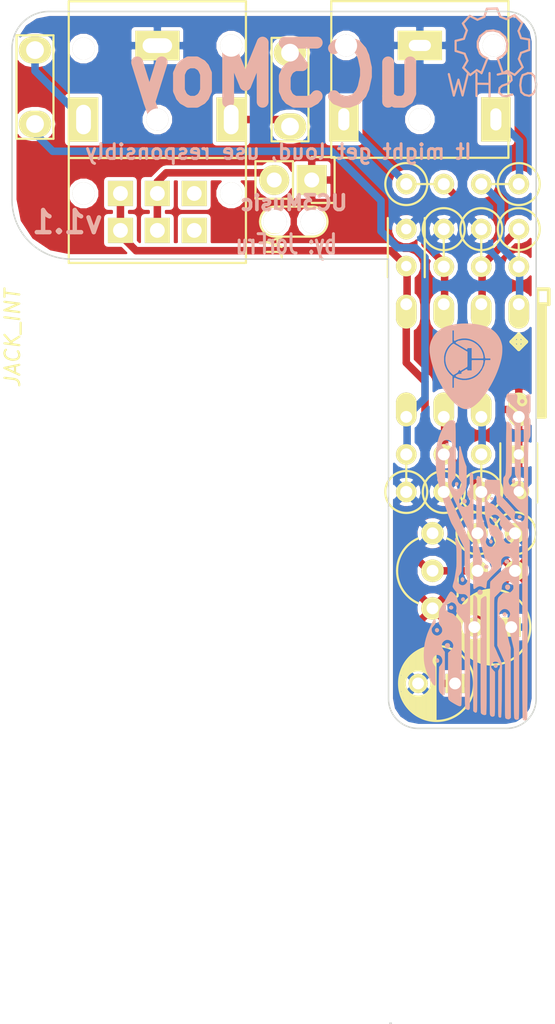
<source format=kicad_pcb>
(kicad_pcb (version 4) (host pcbnew "(after 2015-may-01 BZR unknown)-product")
  (layers (0 F.Cu signal) (31 B.Cu signal) (34 B.Paste user) (35 F.Paste user) (36 B.SilkS user) (37 F.SilkS user) (38 B.Mask user) (39 F.Mask user) (44 Edge.Cuts user))
  (net 0 "")
  (net 1 +6V)
  (net 2 -6V)
  (net 3 GND)
  (net 4 "Net-(J1-Pad1)")
  (net 5 "Net-(J2-Pad3)")
  (net 6 "Net-(J2-Pad4)")
  (net 7 "Net-(R4-Pad2)")
  (net 8 "Net-(R6-Pad2)")
  (net 9 "Net-(C1-Pad1)")
  (net 10 "Net-(C1-Pad2)")
  (net 11 "Net-(C2-Pad1)")
  (net 12 "Net-(C2-Pad2)")
  (net 13 "Net-(R3-Pad2)")
  (net 14 "Net-(R10-Pad2)")
  (module Capacitors_ThroughHole:C_Rect_L4_W2.5_P2.5 (layer F.Cu) (at 235.204 141.224 270)
    (fp_text reference C4 hide)
    (fp_text value C)
    (pad 1 thru_hole circle (at 0 0 270) (size 1.397 1.397) (drill 0.7) (layers *.Cu *.Mask F.SilkS) (net 3 GND))
    (pad 2 thru_hole circle (at 2.5 0 270) (size 1.397 1.397) (drill 0.7) (layers *.Cu *.Mask F.SilkS) (net 2 -6V))
  )
  (module uC3Moy:jackint (layer F.Cu) (at 212.344 143.51 270)
    (fp_text reference J1 hide)
    (fp_text value JACK_INT (at 5.08 3.81 270) (layer F.SilkS) (effects (font (thickness 0.15) italic)))
    (pad 7 thru_hole rect (at -2.2 -3.5 270) (size 1.7 1.7) (drill 1) (layers *.Cu *.Mask F.SilkS) (net 2 -6V))
    (pad 9 thru_hole rect (at -4.7 -3.5 270) (size 1.7 1.7) (drill 1) (layers *.Cu *.Mask F.SilkS) (net 2 -6V))
    (pad 1 thru_hole rect (at -2.2 -6 270) (size 1.7 1.7) (drill 1) (layers *.Cu *.Mask F.SilkS) (net 4 "Net-(J1-Pad1)"))
    (pad 2 thru_hole rect (at -4.7 -6 270) (size 1.7 1.7) (drill 1) (layers *.Cu *.Mask F.SilkS) (net 4 "Net-(J1-Pad1)"))
    (pad 8 thru_hole rect (at -4.7 -8.5 270) (size 1.7 1.7) (drill 1) (layers *.Cu *.Mask F.SilkS))
    (pad 6 thru_hole rect (at -2.2 -8.5 270) (size 1.7 1.7) (drill 1) (layers *.Cu *.Mask F.SilkS))
    (pad 3 thru_hole rect (at -9.7 -1 270) (size 3 2) (drill oval 2 1) (layers *.Cu *.Mask F.SilkS) (net 12 "Net-(C2-Pad2)"))
    (pad 4 thru_hole rect (at -9.7 -11 270) (size 3 2) (drill oval 2 1) (layers *.Cu *.Mask F.SilkS) (net 10 "Net-(C1-Pad2)"))
    (pad 5 thru_hole rect (at -14.7 -6 270) (size 2 3) (drill oval 1 2) (layers *.Cu *.Mask F.SilkS) (net 3 GND))
    (pad "" thru_hole circle (at -9.7 -6 270) (size 1.5 1.5) (drill 1.5) (layers *.Cu *.Mask F.SilkS))
    (pad "" thru_hole circle (at -14.7 -11 270) (size 1.5 1.5) (drill 1.5) (layers *.Cu *.Mask F.SilkS))
    (pad "" thru_hole circle (at -14.5 -1 270) (size 1.5 1.5) (drill 1.5) (layers *.Cu *.Mask F.SilkS))
    (pad "" thru_hole circle (at -4.7 -1 270) (size 1.5 1.5) (drill 1.5) (layers *.Cu *.Mask F.SilkS))
    (pad "" thru_hole circle (at -4.7 -11 270) (size 1.5 1.5) (drill 1.5) (layers *.Cu *.Mask F.SilkS))
  )
  (module uC3Moy:jack (layer F.Cu) (at 230.124 136.398 270)
    (fp_text reference J2 hide)
    (fp_text value JACK (at 5.08 3.81 270) (layer F.SilkS))
    (pad 3 thru_hole rect (at -2.6 -0.85 270) (size 3 2) (drill oval 1.5 0.75) (layers *.Cu *.Mask F.SilkS) (net 5 "Net-(J2-Pad3)"))
    (pad 4 thru_hole rect (at -2.6 -11.15 270) (size 3 2) (drill oval 1.5 0.75) (layers *.Cu *.Mask F.SilkS) (net 6 "Net-(J2-Pad4)"))
    (pad 5 thru_hole rect (at -7.6 -6 270) (size 2 3) (drill oval 0.75 1.5) (layers *.Cu *.Mask F.SilkS) (net 3 GND))
    (pad "" thru_hole circle (at -7.6 -11 270) (size 1.5 1.5) (drill 1.5) (layers *.Cu *.Mask F.SilkS))
    (pad "" thru_hole circle (at -7.6 -1 270) (size 1.5 1.5) (drill 1.5) (layers *.Cu *.Mask F.SilkS))
    (pad "" thru_hole circle (at -2.6 -6 270) (size 1.5 1.5) (drill 1.5) (layers *.Cu *.Mask F.SilkS))
  )
  (module Pin_Headers:Pin_Header_Straight_1x02 (layer F.Cu) (at 228.8 137.9 270)
    (fp_text reference PWR-/+1 hide)
    (fp_text value CONN_2)
    (pad 1 thru_hole rect (at 0 0 270) (size 2.032 2.032) (drill 1.016) (layers *.Cu *.Mask F.SilkS) (net 1 +6V))
    (pad 2 thru_hole oval (at 0 2.54 270) (size 2.032 2.032) (drill 1.016) (layers *.Cu *.Mask F.SilkS) (net 4 "Net-(J1-Pad1)"))
  )
  (module Discret:R1 (layer F.Cu) (at 235.204 157.734 90)
    (fp_text reference R2 hide)
    (fp_text value R)
    (pad 1 thru_hole circle (at -1.27 0 90) (size 1.397 1.397) (drill 0.8128) (layers *.Cu *.Mask F.SilkS) (net 3 GND))
    (pad 2 thru_hole circle (at 1.27 0 90) (size 1.397 1.397) (drill 0.8128) (layers *.Cu *.Mask F.SilkS) (net 11 "Net-(C2-Pad1)"))
  )
  (module Discret:R1 (layer F.Cu) (at 240.284 142.494 270)
    (fp_text reference R3 hide)
    (fp_text value R)
    (pad 1 thru_hole circle (at -1.27 0 270) (size 1.397 1.397) (drill 0.8128) (layers *.Cu *.Mask F.SilkS) (net 3 GND))
    (pad 2 thru_hole circle (at 1.27 0 270) (size 1.397 1.397) (drill 0.8128) (layers *.Cu *.Mask F.SilkS) (net 13 "Net-(R3-Pad2)"))
  )
  (module Discret:R1 (layer F.Cu) (at 237.744 157.734 90)
    (fp_text reference R4 hide)
    (fp_text value R)
    (pad 1 thru_hole circle (at -1.27 0 90) (size 1.397 1.397) (drill 0.8128) (layers *.Cu *.Mask F.SilkS) (net 3 GND))
    (pad 2 thru_hole circle (at 1.27 0 90) (size 1.397 1.397) (drill 0.8128) (layers *.Cu *.Mask F.SilkS) (net 7 "Net-(R4-Pad2)"))
  )
  (module Discret:R1 (layer F.Cu) (at 242.824 142.494 270)
    (fp_text reference R5 hide)
    (fp_text value R)
    (pad 1 thru_hole circle (at -1.27 0 270) (size 1.397 1.397) (drill 0.8128) (layers *.Cu *.Mask F.SilkS) (net 13 "Net-(R3-Pad2)"))
    (pad 2 thru_hole circle (at 1.27 0 270) (size 1.397 1.397) (drill 0.8128) (layers *.Cu *.Mask F.SilkS) (net 14 "Net-(R10-Pad2)"))
  )
  (module Discret:R1 (layer F.Cu) (at 240.284 157.734 90)
    (fp_text reference R6 hide)
    (fp_text value R)
    (pad 1 thru_hole circle (at -1.27 0 90) (size 1.397 1.397) (drill 0.8128) (layers *.Cu *.Mask F.SilkS) (net 7 "Net-(R4-Pad2)"))
    (pad 2 thru_hole circle (at 1.27 0 90) (size 1.397 1.397) (drill 0.8128) (layers *.Cu *.Mask F.SilkS) (net 8 "Net-(R6-Pad2)"))
  )
  (module Discret:R1 (layer F.Cu) (at 242.57 163.068 270)
    (fp_text reference R7 hide)
    (fp_text value R)
    (pad 1 thru_hole circle (at -1.27 0 270) (size 1.397 1.397) (drill 0.8128) (layers *.Cu *.Mask F.SilkS) (net 3 GND))
    (pad 2 thru_hole circle (at 1.27 0 270) (size 1.397 1.397) (drill 0.8128) (layers *.Cu *.Mask F.SilkS) (net 1 +6V))
  )
  (module Discret:R1 (layer F.Cu) (at 240.03 163.068 270)
    (fp_text reference R8 hide)
    (fp_text value R)
    (pad 1 thru_hole circle (at -1.27 0 270) (size 1.397 1.397) (drill 0.8128) (layers *.Cu *.Mask F.SilkS) (net 3 GND))
    (pad 2 thru_hole circle (at 1.27 0 270) (size 1.397 1.397) (drill 0.8128) (layers *.Cu *.Mask F.SilkS) (net 2 -6V))
  )
  (module Discret:R1 (layer F.Cu) (at 236.474 138.176)
    (fp_text reference R9 hide)
    (fp_text value R)
    (pad 1 thru_hole circle (at -1.27 0) (size 1.397 1.397) (drill 0.8128) (layers *.Cu *.Mask F.SilkS) (net 5 "Net-(J2-Pad3)"))
    (pad 2 thru_hole circle (at 1.27 0) (size 1.397 1.397) (drill 0.8128) (layers *.Cu *.Mask F.SilkS) (net 8 "Net-(R6-Pad2)"))
  )
  (module Discret:R1 (layer F.Cu) (at 241.554 138.176 180)
    (fp_text reference R10 hide)
    (fp_text value R)
    (pad 1 thru_hole circle (at -1.27 0 180) (size 1.397 1.397) (drill 0.8128) (layers *.Cu *.Mask F.SilkS) (net 6 "Net-(J2-Pad4)"))
    (pad 2 thru_hole circle (at 1.27 0 180) (size 1.397 1.397) (drill 0.8128) (layers *.Cu *.Mask F.SilkS) (net 14 "Net-(R10-Pad2)"))
  )
  (module Capacitors_ThroughHole:C_Rect_L4_W2.5_P2.5 (layer F.Cu) (at 242.824 156.464 270)
    (fp_text reference C3 hide)
    (fp_text value C)
    (pad 1 thru_hole rect (at 0 0 270) (size 1.2 1.2) (drill 0.7) (layers *.Cu *.Mask F.SilkS) (net 1 +6V))
    (pad 2 thru_hole circle (at 2.5 0 270) (size 1.397 1.397) (drill 0.7) (layers *.Cu *.Mask F.SilkS) (net 3 GND))
  )
  (module Capacitors_ThroughHole:C_Radial_D5_L6_P2.5 (layer F.Cu) (at 238.506 171.958 180)
    (fp_text reference C5 hide)
    (fp_text value CP)
    (pad 1 thru_hole rect (at 0 0 180) (size 1.3 1.3) (drill 0.8) (layers *.Cu *.Mask F.SilkS) (net 1 +6V))
    (pad 2 thru_hole circle (at 2.5 0 180) (size 1.3 1.3) (drill 0.8) (layers *.Cu *.Mask F.SilkS) (net 3 GND))
  )
  (module Capacitors_ThroughHole:C_Radial_D5_L6_P2.5 (layer F.Cu) (at 242.316 168.148 180)
    (fp_text reference C6 hide)
    (fp_text value CP)
    (pad 1 thru_hole rect (at 0 0 180) (size 1.3 1.3) (drill 0.8) (layers *.Cu *.Mask F.SilkS) (net 3 GND))
    (pad 2 thru_hole circle (at 2.5 0 180) (size 1.3 1.3) (drill 0.8) (layers *.Cu *.Mask F.SilkS) (net 2 -6V))
  )
  (module Discret:R1 (layer F.Cu) (at 237.744 142.494 270)
    (fp_text reference R1 hide)
    (fp_text value R)
    (pad 1 thru_hole circle (at -1.27 0 270) (size 1.397 1.397) (drill 0.8128) (layers *.Cu *.Mask F.SilkS) (net 3 GND))
    (pad 2 thru_hole circle (at 1.27 0 270) (size 1.397 1.397) (drill 0.8128) (layers *.Cu *.Mask F.SilkS) (net 9 "Net-(C1-Pad1)"))
  )
  (module Capacitors_ThroughHole:C_Rect_L7_W2.5_P5 (layer F.Cu) (at 227.33 129.286 270)
    (fp_text reference C1 hide)
    (fp_text value "1 uF")
    (pad 1 thru_hole oval (at 0 0 270) (size 1.8 2.2) (drill 1.2) (layers *.Cu *.Mask F.SilkS) (net 9 "Net-(C1-Pad1)"))
    (pad 2 thru_hole oval (at 5 0 270) (size 1.8 2.2) (drill 1.2) (layers *.Cu *.Mask F.SilkS) (net 10 "Net-(C1-Pad2)"))
  )
  (module Capacitors_ThroughHole:C_Rect_L7_W2.5_P5 (layer F.Cu) (at 210.058 134.112 90)
    (fp_text reference C2 hide)
    (fp_text value "1 uF")
    (pad 1 thru_hole oval (at 0 0 90) (size 1.8 2.2) (drill 1.2) (layers *.Cu *.Mask F.SilkS) (net 11 "Net-(C2-Pad1)"))
    (pad 2 thru_hole oval (at 5 0 90) (size 1.8 2.2) (drill 1.2) (layers *.Cu *.Mask F.SilkS) (net 12 "Net-(C2-Pad2)"))
  )
  (module uC3Moy:DIP-8_W7.62mm_jorfru (layer F.Cu) (at 242.824 146.304 270)
    (fp_text reference U1 hide)
    (fp_text value OPA2132)
    (pad 1 thru_hole oval (at 0 0 270) (size 2.3 1.4) (drill 0.8 (offset 0.5 0)) (layers *.Cu *.Mask F.SilkS) (net 14 "Net-(R10-Pad2)"))
    (pad 2 thru_hole oval (at 0 2.54 270) (size 2.3 1.4) (drill 0.8 (offset 0.5 0)) (layers *.Cu *.Mask F.SilkS) (net 13 "Net-(R3-Pad2)"))
    (pad 3 thru_hole oval (at 0 5.08 270) (size 2.3 1.4) (drill 0.8 (offset 0.5 0)) (layers *.Cu *.Mask F.SilkS) (net 9 "Net-(C1-Pad1)"))
    (pad 4 thru_hole oval (at 0 7.62 270) (size 2.3 1.4) (drill 0.8 (offset 0.5 0)) (layers *.Cu *.Mask F.SilkS) (net 2 -6V))
    (pad 5 thru_hole oval (at 7.62 7.62 270) (size 2.3 1.4) (drill 0.8 (offset -0.5 0)) (layers *.Cu *.Mask F.SilkS) (net 11 "Net-(C2-Pad1)"))
    (pad 6 thru_hole oval (at 7.62 5.08 270) (size 2.3 1.4) (drill 0.8 (offset -0.5 0)) (layers *.Cu *.Mask F.SilkS) (net 7 "Net-(R4-Pad2)"))
    (pad 7 thru_hole oval (at 7.62 2.54 270) (size 2.3 1.4) (drill 0.8 (offset -0.5 0)) (layers *.Cu *.Mask F.SilkS) (net 8 "Net-(R6-Pad2)"))
    (pad 8 thru_hole oval (at 7.62 0 270) (size 2.3 1.4) (drill 0.8 (offset -0.5 0)) (layers *.Cu *.Mask F.SilkS) (net 1 +6V))
  )
  (module Housings_TO-92:TO-92_Inline_Wide (layer F.Cu) (at 236.982 166.878 90)
    (fp_text reference U2 hide)
    (fp_text value TLE2426)
    (pad 2 thru_hole circle (at 2.54 0 180) (size 1.524 1.524) (drill 0.8) (layers *.Cu *.Mask F.SilkS) (net 2 -6V))
    (pad 3 thru_hole circle (at 5.08 0 180) (size 1.524 1.524) (drill 0.8) (layers *.Cu *.Mask F.SilkS) (net 3 GND))
    (pad 1 thru_hole circle (at 0 0 180) (size 1.524 1.524) (drill 0.8) (layers *.Cu *.Mask F.SilkS) (net 1 +6V))
  )
  (module uc3music_logos:logo_pick_6x6mm (layer B.Cu) (at 239.25 150.5 180)
    (fp_text reference G*** hide)
    (fp_text value LOGO hide)
  )
  (module uc3music_logos:logo_guitar_22.5x7.7mm (layer B.Cu) (at 239.75 163.5 270)
    (fp_text reference G*** hide)
    (fp_text value LOGO hide)
  )
  (module Measurement_Points:Test_Point (layer F.Cu) (at 227.584 140.716)
    (fp_text reference REF** hide)
    (fp_text value Test_Point)
    (pad "" thru_hole circle (at -1.27 0) (size 1.6 1.6) (drill 1.6) (layers *.Cu *.Mask F.SilkS))
    (pad 1 thru_hole circle (at 1.27 0) (size 1.6 1.6) (drill 1.6) (layers *.Cu *.Mask F.SilkS))
  )
  (module uC3Moy:Symbol_OSHW-Logo_SilkScreen_compact (layer B.Cu) (at 241.046 128.778 180)
    (fp_text reference REF** hide)
    (fp_text value Symbol_OSHW-Logo_SilkScreen)
  )
  (gr_text "by: JorFru" (at 227.076 142.24) (layer B.SilkS) (effects (font (size 1.3 0.9) (thickness 0.2)) (justify mirror)))
  (gr_line (start 208.5 139.25) (end 208.5 129) (angle 90) (layer Edge.Cuts) (width 0.1))
  (gr_line (start 234 143.5) (end 234 143.25) (angle 90) (layer Edge.Cuts) (width 0.1))
  (gr_line (start 212.5 143.25) (end 234 143.25) (angle 90) (layer Edge.Cuts) (width 0.1))
  (gr_line (start 244 128.5) (end 244 173) (angle 90) (layer Edge.Cuts) (width 0.1))
  (gr_line (start 211 126.5) (end 242 126.5) (angle 90) (layer Edge.Cuts) (width 0.1))
  (gr_line (start 234 173) (end 234 143.5) (angle 90) (layer Edge.Cuts) (width 0.1))
  (gr_line (start 242 175) (end 236 175) (angle 90) (layer Edge.Cuts) (width 0.1))
  (gr_arc (start 212.5 139.25) (end 212.5 143.25) (angle 90) (layer Edge.Cuts) (width 0.1))
  (gr_arc (start 211 129) (end 208.5 129) (angle 90) (layer Edge.Cuts) (width 0.1))
  (gr_arc (start 242 128.5) (end 242 126.5) (angle 90) (layer Edge.Cuts) (width 0.1))
  (gr_arc (start 242 173) (end 244 173) (angle 90) (layer Edge.Cuts) (width 0.1))
  (gr_arc (start 236 173) (end 236 175) (angle 90) (layer Edge.Cuts) (width 0.1))
  (gr_text v1.1 (at 212.25 140.75) (layer B.SilkS) (effects (font (size 1.5 1.5) (thickness 0.3)) (justify mirror)))
  (gr_text "It might get loud, use responsibly" (at 226.5426 135.9916) (layer B.SilkS) (effects (font (size 1 1) (thickness 0.2)) (justify mirror)))
  (gr_text uC3Moy (at 226.3902 130.79984) (layer B.SilkS) (effects (font (size 4 3.5) (thickness 0.8)) (justify mirror)))
  (gr_text UC3Music (at 227.584 139.446) (layer B.SilkS) (effects (font (size 1 1) (thickness 0.25)) (justify mirror)))
  (gr_line (start 234.19 194.94) (end 234.09 194.94) (angle 90) (layer Edge.Cuts) (width 0.1))
  (segment (start 215.844 138.81) (end 215.844 141.31) (width 0.508) (layer F.Cu) (net 2))
  (segment (start 240.03 164.338) (end 240.03 167.934) (width 0.508) (layer F.Cu) (net 2))
  (segment (start 240.03 167.934) (end 239.816 168.148) (width 0.508) (layer F.Cu) (net 2))
  (segment (start 236.982 164.338) (end 240.03 164.338) (width 0.508) (layer F.Cu) (net 2))
  (segment (start 240.03 164.338) (end 239.816 164.552) (width 0.508) (layer F.Cu) (net 2))
  (segment (start 235.2802 162.8902) (end 236.728 164.338) (width 0.508) (layer F.Cu) (net 2))
  (segment (start 235.2802 162.8902) (end 235.2802 160.8836) (width 0.508) (layer F.Cu) (net 2))
  (segment (start 235.2802 160.8836) (end 236.474 159.6898) (width 0.508) (layer F.Cu) (net 2))
  (segment (start 236.474 159.6898) (end 236.474 151.5364) (width 0.508) (layer F.Cu) (net 2))
  (segment (start 236.474 151.5364) (end 235.204 150.2664) (width 0.508) (layer F.Cu) (net 2))
  (segment (start 235.204 146.304) (end 235.204 150.2664) (width 0.508) (layer F.Cu) (net 2))
  (segment (start 236.728 164.338) (end 236.982 164.338) (width 0.508) (layer F.Cu) (net 2))
  (segment (start 235.204 146.304) (end 235.2548 146.3548) (width 0.508) (layer F.Cu) (net 2))
  (segment (start 215.844 141.31) (end 215.844 141.6252) (width 0.508) (layer F.Cu) (net 2))
  (segment (start 215.844 141.6252) (end 216.90076 142.68196) (width 0.508) (layer F.Cu) (net 2))
  (segment (start 216.90076 142.68196) (end 234.16196 142.68196) (width 0.508) (layer F.Cu) (net 2))
  (segment (start 234.16196 142.68196) (end 235.204 143.724) (width 0.508) (layer F.Cu) (net 2))
  (segment (start 235.26 146.22) (end 235.26 143.68) (width 0.508) (layer F.Cu) (net 2))
  (segment (start 218.344 138.81) (end 218.344 141.31) (width 0.508) (layer F.Cu) (net 4))
  (segment (start 226.3013 137.76706) (end 225.94824 137.414) (width 0.508) (layer F.Cu) (net 4))
  (segment (start 225.94824 137.414) (end 224.536 137.414) (width 0.508) (layer F.Cu) (net 4))
  (segment (start 218.344 138.81) (end 218.344 138.018) (width 0.508) (layer F.Cu) (net 4))
  (segment (start 218.344 138.018) (end 218.948 137.414) (width 0.508) (layer F.Cu) (net 4))
  (segment (start 218.948 137.414) (end 224.536 137.414) (width 0.508) (layer F.Cu) (net 4))
  (segment (start 235.2548 138.176) (end 231.05 133.9712) (width 0.508) (layer B.Cu) (net 5))
  (segment (start 231.05 133.9712) (end 231.05 133.75) (width 0.508) (layer B.Cu) (net 5))
  (segment (start 242.8748 138.176) (end 242.8748 135.2748) (width 0.508) (layer B.Cu) (net 6))
  (segment (start 242.8748 135.2748) (end 241.35 133.75) (width 0.508) (layer B.Cu) (net 6))
  (segment (start 237.8 156.38) (end 237.8 153.84) (width 0.508) (layer F.Cu) (net 7))
  (segment (start 240.34 158.92) (end 237.8 156.38) (width 0.508) (layer F.Cu) (net 7))
  (segment (start 239.0394 150.1648) (end 240.284 151.4094) (width 0.508) (layer F.Cu) (net 8))
  (segment (start 240.284 151.4094) (end 240.284 153.924) (width 0.508) (layer F.Cu) (net 8))
  (segment (start 237.744 138.176) (end 239.0394 139.4714) (width 0.508) (layer F.Cu) (net 8))
  (segment (start 239.0394 139.4714) (end 239.0394 150.1648) (width 0.508) (layer F.Cu) (net 8))
  (segment (start 240.34 153.84) (end 240.34 156.38) (width 0.508) (layer B.Cu) (net 8))
  (segment (start 229.87 131.064) (end 229.108 131.064) (width 0.508) (layer F.Cu) (net 9))
  (segment (start 236.474 142.24) (end 236.474 137.16) (width 0.508) (layer F.Cu) (net 9))
  (segment (start 236.474 137.16) (end 233.426 134.112) (width 0.508) (layer F.Cu) (net 9))
  (segment (start 233.426 134.112) (end 233.426 132.588) (width 0.508) (layer F.Cu) (net 9))
  (segment (start 233.426 132.588) (end 231.902 131.064) (width 0.508) (layer F.Cu) (net 9))
  (segment (start 231.902 131.064) (end 229.87 131.064) (width 0.508) (layer F.Cu) (net 9))
  (segment (start 237.744 143.51) (end 236.474 142.24) (width 0.508) (layer F.Cu) (net 9))
  (segment (start 229.108 131.064) (end 227.33 129.286) (width 0.508) (layer F.Cu) (net 9))
  (segment (start 237.744 143.764) (end 237.744 143.51) (width 0.508) (layer F.Cu) (net 9))
  (segment (start 237.744 143.764) (end 237.744 143.383) (width 0.508) (layer F.Cu) (net 9))
  (segment (start 237.8 143.68) (end 237.66 143.68) (width 0.508) (layer F.Cu) (net 9))
  (segment (start 237.8 143.68) (end 237.8 146.22) (width 0.508) (layer F.Cu) (net 9))
  (segment (start 223.344 133.81) (end 226.854 133.81) (width 0.508) (layer F.Cu) (net 10))
  (segment (start 226.854 133.81) (end 227.33 134.286) (width 0.508) (layer F.Cu) (net 10))
  (segment (start 223.344 133.81) (end 223.344 132.90496) (width 0.508) (layer F.Cu) (net 10))
  (segment (start 223.5 134.25) (end 223.5 133.85) (width 0.508) (layer F.Cu) (net 10))
  (segment (start 210.058 134.112) (end 210.058 134.75208) (width 0.508) (layer B.Cu) (net 11))
  (segment (start 210.058 134.75208) (end 211.26196 135.95604) (width 0.508) (layer B.Cu) (net 11))
  (segment (start 228.17074 135.95604) (end 230.14686 135.95604) (width 0.508) (layer B.Cu) (net 11))
  (segment (start 211.26196 135.95604) (end 228.17074 135.95604) (width 0.508) (layer B.Cu) (net 11))
  (segment (start 235.204 153.924) (end 236.474 152.654) (width 0.508) (layer B.Cu) (net 11))
  (segment (start 236.474 143.14424) (end 236.474 152.654) (width 0.508) (layer B.Cu) (net 11))
  (segment (start 235.81868 142.48892) (end 236.474 143.14424) (width 0.508) (layer B.Cu) (net 11))
  (segment (start 234.6198 142.48892) (end 235.81868 142.48892) (width 0.508) (layer B.Cu) (net 11))
  (segment (start 233.49204 141.36116) (end 234.6198 142.48892) (width 0.508) (layer B.Cu) (net 11))
  (segment (start 233.49204 139.30122) (end 233.49204 141.36116) (width 0.508) (layer B.Cu) (net 11))
  (segment (start 230.14686 135.95604) (end 233.49204 139.30122) (width 0.508) (layer B.Cu) (net 11))
  (segment (start 235.26 153.84) (end 235.26 156.38) (width 0.508) (layer B.Cu) (net 11))
  (segment (start 210.058 129.112) (end 210.058 130.524) (width 0.508) (layer B.Cu) (net 12))
  (segment (start 210.058 130.524) (end 213.344 133.81) (width 0.508) (layer B.Cu) (net 12))
  (segment (start 240.34 143.68) (end 242.88 141.14) (width 0.508) (layer F.Cu) (net 13))
  (segment (start 240.34 143.68) (end 240.34 146.22) (width 0.508) (layer F.Cu) (net 13))
  (segment (start 242.88 143.68) (end 241.6048 142.4048) (width 0.508) (layer B.Cu) (net 14))
  (segment (start 242.88 143.68) (end 242.88 146.22) (width 0.508) (layer B.Cu) (net 14))
  (segment (start 241.6048 142.4048) (end 241.6048 139.446) (width 0.508) (layer B.Cu) (net 14))
  (segment (start 241.6048 139.446) (end 240.3348 138.176) (width 0.508) (layer B.Cu) (net 14))
  (zone (net 3) (net_name GND) (layer B.Cu) (connect_pads (clearance 0.254)) (min_thickness 0.1524) (fill yes (arc_segments 16) (thermal_gap 0.254) (thermal_bridge_width 0.5))
    (polygon (pts (xy 244.404 175.3824) (xy 233.836 175.3824) (xy 233.836 142.918) (xy 208.59 142.918) (xy 208.59 126.408) (xy 244.404 126.408)))
  )
  (zone (net 1) (net_name +6V) (layer F.Cu) (connect_pads (clearance 0.254)) (min_thickness 0.1524) (fill yes (arc_segments 16) (thermal_gap 0.254) (thermal_bridge_width 0.5))
    (polygon (pts (xy 244.404 174.4775) (xy 233.836 174.4775) (xy 233.836 142.918) (xy 208.59 142.918) (xy 208.59 126.408) (xy 244.404 126.408)))
  )
)
</source>
